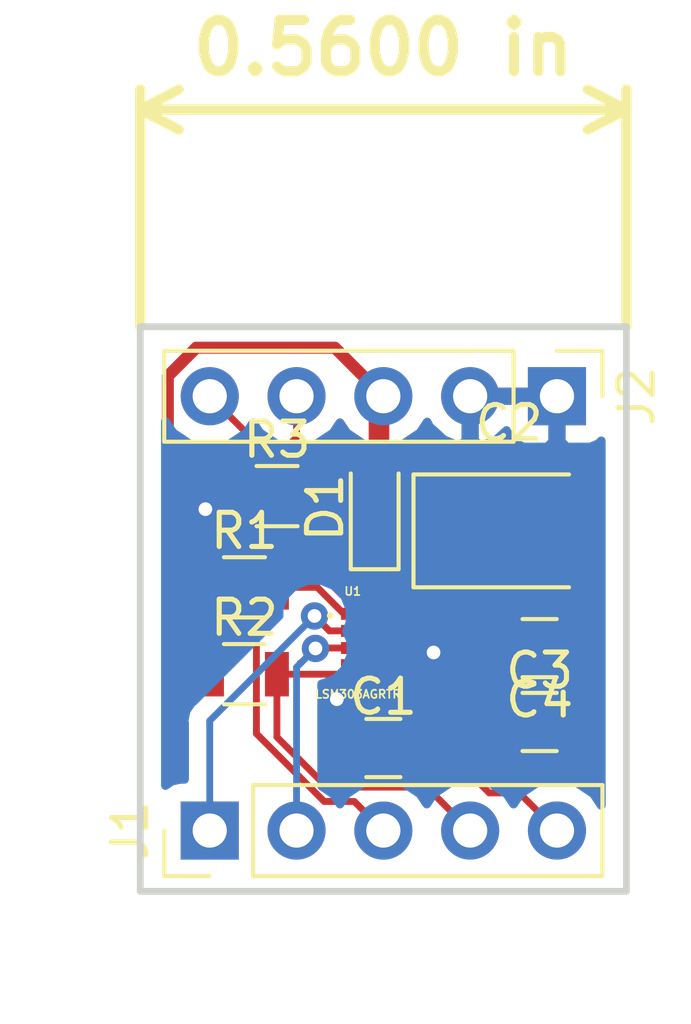
<source format=kicad_pcb>
(kicad_pcb (version 20171130) (host pcbnew "(5.0.0-rc2-dev-329-gd1ab62fb4)")

  (general
    (thickness 1.6)
    (drawings 5)
    (tracks 106)
    (zones 0)
    (modules 11)
    (nets 12)
  )

  (page A4)
  (layers
    (0 F.Cu signal)
    (31 B.Cu signal)
    (32 B.Adhes user)
    (33 F.Adhes user)
    (34 B.Paste user)
    (35 F.Paste user)
    (36 B.SilkS user)
    (37 F.SilkS user)
    (38 B.Mask user)
    (39 F.Mask user)
    (40 Dwgs.User user)
    (41 Cmts.User user)
    (42 Eco1.User user)
    (43 Eco2.User user)
    (44 Edge.Cuts user)
    (45 Margin user)
    (46 B.CrtYd user)
    (47 F.CrtYd user)
    (48 B.Fab user)
    (49 F.Fab user)
  )

  (setup
    (last_trace_width 0.2)
    (trace_clearance 0.15)
    (zone_clearance 0.508)
    (zone_45_only no)
    (trace_min 0.2)
    (segment_width 0.2)
    (edge_width 0.15)
    (via_size 0.8)
    (via_drill 0.4)
    (via_min_size 0.4)
    (via_min_drill 0.3)
    (uvia_size 0.3)
    (uvia_drill 0.1)
    (uvias_allowed no)
    (uvia_min_size 0.2)
    (uvia_min_drill 0.1)
    (pcb_text_width 0.3)
    (pcb_text_size 1.5 1.5)
    (mod_edge_width 0.15)
    (mod_text_size 1 1)
    (mod_text_width 0.15)
    (pad_size 1.524 1.524)
    (pad_drill 0.762)
    (pad_to_mask_clearance 0.2)
    (aux_axis_origin 0 0)
    (visible_elements FFFFFF7F)
    (pcbplotparams
      (layerselection 0x010fc_ffffffff)
      (usegerberextensions false)
      (usegerberattributes false)
      (usegerberadvancedattributes false)
      (creategerberjobfile false)
      (excludeedgelayer true)
      (linewidth 0.100000)
      (plotframeref false)
      (viasonmask false)
      (mode 1)
      (useauxorigin false)
      (hpglpennumber 1)
      (hpglpenspeed 20)
      (hpglpendiameter 15)
      (psnegative false)
      (psa4output false)
      (plotreference true)
      (plotvalue true)
      (plotinvisibletext false)
      (padsonsilk false)
      (subtractmaskfromsilk false)
      (outputformat 1)
      (mirror false)
      (drillshape 1)
      (scaleselection 1)
      (outputdirectory ""))
  )

  (net 0 "")
  (net 1 "Net-(C1-Pad2)")
  (net 2 GND)
  (net 3 +3V3)
  (net 4 "Net-(D1-Pad1)")
  (net 5 SDA)
  (net 6 CS_XL)
  (net 7 CS_MAG)
  (net 8 INT_MAG)
  (net 9 INT_1_XL)
  (net 10 INT_2_XL)
  (net 11 SCL)

  (net_class Default "This is the default net class."
    (clearance 0.15)
    (trace_width 0.2)
    (via_dia 0.8)
    (via_drill 0.4)
    (uvia_dia 0.3)
    (uvia_drill 0.1)
    (add_net CS_MAG)
    (add_net CS_XL)
    (add_net GND)
    (add_net INT_1_XL)
    (add_net INT_2_XL)
    (add_net INT_MAG)
    (add_net "Net-(C1-Pad2)")
    (add_net "Net-(D1-Pad1)")
    (add_net SCL)
    (add_net SDA)
  )

  (net_class VCC ""
    (clearance 0.2)
    (trace_width 0.35)
    (via_dia 0.8)
    (via_drill 0.4)
    (uvia_dia 0.3)
    (uvia_drill 0.1)
    (add_net +3V3)
  )

  (module Capacitors_SMD:C_0805 (layer F.Cu) (tedit 58AA8463) (tstamp 5AD78B17)
    (at 144.78 94.107)
    (descr "Capacitor SMD 0805, reflow soldering, AVX (see smccp.pdf)")
    (tags "capacitor 0805")
    (path /5ABD6146)
    (attr smd)
    (fp_text reference C1 (at 0 -1.5) (layer F.SilkS)
      (effects (font (size 1 1) (thickness 0.15)))
    )
    (fp_text value 220nF (at 0 1.75) (layer F.Fab)
      (effects (font (size 1 1) (thickness 0.15)))
    )
    (fp_line (start 1.75 0.87) (end -1.75 0.87) (layer F.CrtYd) (width 0.05))
    (fp_line (start 1.75 0.87) (end 1.75 -0.88) (layer F.CrtYd) (width 0.05))
    (fp_line (start -1.75 -0.88) (end -1.75 0.87) (layer F.CrtYd) (width 0.05))
    (fp_line (start -1.75 -0.88) (end 1.75 -0.88) (layer F.CrtYd) (width 0.05))
    (fp_line (start -0.5 0.85) (end 0.5 0.85) (layer F.SilkS) (width 0.12))
    (fp_line (start 0.5 -0.85) (end -0.5 -0.85) (layer F.SilkS) (width 0.12))
    (fp_line (start -1 -0.62) (end 1 -0.62) (layer F.Fab) (width 0.1))
    (fp_line (start 1 -0.62) (end 1 0.62) (layer F.Fab) (width 0.1))
    (fp_line (start 1 0.62) (end -1 0.62) (layer F.Fab) (width 0.1))
    (fp_line (start -1 0.62) (end -1 -0.62) (layer F.Fab) (width 0.1))
    (fp_text user %R (at 0 -1.5) (layer F.Fab)
      (effects (font (size 1 1) (thickness 0.15)))
    )
    (pad 2 smd rect (at 1 0) (size 1 1.25) (layers F.Cu F.Paste F.Mask)
      (net 1 "Net-(C1-Pad2)"))
    (pad 1 smd rect (at -1 0) (size 1 1.25) (layers F.Cu F.Paste F.Mask)
      (net 2 GND))
    (model Capacitors_SMD.3dshapes/C_0805.wrl
      (at (xyz 0 0 0))
      (scale (xyz 1 1 1))
      (rotate (xyz 0 0 0))
    )
  )

  (module Capacitors_SMD:C_0805 (layer F.Cu) (tedit 58AA8463) (tstamp 5AD75524)
    (at 149.352 93.345)
    (descr "Capacitor SMD 0805, reflow soldering, AVX (see smccp.pdf)")
    (tags "capacitor 0805")
    (path /5ABD584B)
    (attr smd)
    (fp_text reference C3 (at 0 -1.5) (layer F.SilkS)
      (effects (font (size 1 1) (thickness 0.15)))
    )
    (fp_text value 100nF (at 0 1.75) (layer F.Fab)
      (effects (font (size 1 1) (thickness 0.15)))
    )
    (fp_line (start 1.75 0.87) (end -1.75 0.87) (layer F.CrtYd) (width 0.05))
    (fp_line (start 1.75 0.87) (end 1.75 -0.88) (layer F.CrtYd) (width 0.05))
    (fp_line (start -1.75 -0.88) (end -1.75 0.87) (layer F.CrtYd) (width 0.05))
    (fp_line (start -1.75 -0.88) (end 1.75 -0.88) (layer F.CrtYd) (width 0.05))
    (fp_line (start -0.5 0.85) (end 0.5 0.85) (layer F.SilkS) (width 0.12))
    (fp_line (start 0.5 -0.85) (end -0.5 -0.85) (layer F.SilkS) (width 0.12))
    (fp_line (start -1 -0.62) (end 1 -0.62) (layer F.Fab) (width 0.1))
    (fp_line (start 1 -0.62) (end 1 0.62) (layer F.Fab) (width 0.1))
    (fp_line (start 1 0.62) (end -1 0.62) (layer F.Fab) (width 0.1))
    (fp_line (start -1 0.62) (end -1 -0.62) (layer F.Fab) (width 0.1))
    (fp_text user %R (at 0 -1.5) (layer F.Fab)
      (effects (font (size 1 1) (thickness 0.15)))
    )
    (pad 2 smd rect (at 1 0) (size 1 1.25) (layers F.Cu F.Paste F.Mask)
      (net 2 GND))
    (pad 1 smd rect (at -1 0) (size 1 1.25) (layers F.Cu F.Paste F.Mask)
      (net 3 +3V3))
    (model Capacitors_SMD.3dshapes/C_0805.wrl
      (at (xyz 0 0 0))
      (scale (xyz 1 1 1))
      (rotate (xyz 0 0 0))
    )
  )

  (module Capacitors_SMD:C_0805 (layer F.Cu) (tedit 58AA8463) (tstamp 5AD77096)
    (at 149.352 91.186 180)
    (descr "Capacitor SMD 0805, reflow soldering, AVX (see smccp.pdf)")
    (tags "capacitor 0805")
    (path /5ABD5A6E)
    (attr smd)
    (fp_text reference C4 (at 0 -1.5 180) (layer F.SilkS)
      (effects (font (size 1 1) (thickness 0.15)))
    )
    (fp_text value 100nF (at 0 1.75 180) (layer F.Fab)
      (effects (font (size 1 1) (thickness 0.15)))
    )
    (fp_text user %R (at 0 -1.5 180) (layer F.Fab)
      (effects (font (size 1 1) (thickness 0.15)))
    )
    (fp_line (start -1 0.62) (end -1 -0.62) (layer F.Fab) (width 0.1))
    (fp_line (start 1 0.62) (end -1 0.62) (layer F.Fab) (width 0.1))
    (fp_line (start 1 -0.62) (end 1 0.62) (layer F.Fab) (width 0.1))
    (fp_line (start -1 -0.62) (end 1 -0.62) (layer F.Fab) (width 0.1))
    (fp_line (start 0.5 -0.85) (end -0.5 -0.85) (layer F.SilkS) (width 0.12))
    (fp_line (start -0.5 0.85) (end 0.5 0.85) (layer F.SilkS) (width 0.12))
    (fp_line (start -1.75 -0.88) (end 1.75 -0.88) (layer F.CrtYd) (width 0.05))
    (fp_line (start -1.75 -0.88) (end -1.75 0.87) (layer F.CrtYd) (width 0.05))
    (fp_line (start 1.75 0.87) (end 1.75 -0.88) (layer F.CrtYd) (width 0.05))
    (fp_line (start 1.75 0.87) (end -1.75 0.87) (layer F.CrtYd) (width 0.05))
    (pad 1 smd rect (at -1 0 180) (size 1 1.25) (layers F.Cu F.Paste F.Mask)
      (net 2 GND))
    (pad 2 smd rect (at 1 0 180) (size 1 1.25) (layers F.Cu F.Paste F.Mask)
      (net 3 +3V3))
    (model Capacitors_SMD.3dshapes/C_0805.wrl
      (at (xyz 0 0 0))
      (scale (xyz 1 1 1))
      (rotate (xyz 0 0 0))
    )
  )

  (module Resistors_SMD:R_0805 (layer F.Cu) (tedit 5ABD5E64) (tstamp 5AD77BCA)
    (at 140.716 89.408)
    (descr "Resistor SMD 0805, reflow soldering, Vishay (see dcrcw.pdf)")
    (tags "resistor 0805")
    (path /5ABD98F4)
    (attr smd)
    (fp_text reference R1 (at 0 -1.65) (layer F.SilkS)
      (effects (font (size 1 1) (thickness 0.15)))
    )
    (fp_text value 10K (at 0 1.75) (layer F.Fab)
      (effects (font (size 1 1) (thickness 0.15)))
    )
    (fp_text user %R (at 0 0) (layer F.Fab)
      (effects (font (size 0.5 0.5) (thickness 0.075)))
    )
    (fp_line (start -1 0.62) (end -1 -0.62) (layer F.Fab) (width 0.1))
    (fp_line (start 1 0.62) (end -1 0.62) (layer F.Fab) (width 0.1))
    (fp_line (start 1 -0.62) (end 1 0.62) (layer F.Fab) (width 0.1))
    (fp_line (start -1 -0.62) (end 1 -0.62) (layer F.Fab) (width 0.1))
    (fp_line (start 0.6 0.88) (end -0.6 0.88) (layer F.SilkS) (width 0.12))
    (fp_line (start -0.6 -0.88) (end 0.6 -0.88) (layer F.SilkS) (width 0.12))
    (fp_line (start -1.55 -0.9) (end 1.55 -0.9) (layer F.CrtYd) (width 0.05))
    (fp_line (start -1.55 -0.9) (end -1.55 0.9) (layer F.CrtYd) (width 0.05))
    (fp_line (start 1.55 0.9) (end 1.55 -0.9) (layer F.CrtYd) (width 0.05))
    (fp_line (start 1.55 0.9) (end -1.55 0.9) (layer F.CrtYd) (width 0.05))
    (pad 1 smd rect (at -0.95 0) (size 0.7 1.3) (layers F.Cu F.Paste F.Mask)
      (net 3 +3V3))
    (pad 2 smd rect (at 0.95 0) (size 0.7 1.3) (layers F.Cu F.Paste F.Mask)
      (net 11 SCL))
    (model ${KISYS3DMOD}/Resistors_SMD.3dshapes/R_0805.wrl
      (at (xyz 0 0 0))
      (scale (xyz 1 1 1))
      (rotate (xyz 0 0 0))
    )
  )

  (module Resistors_SMD:R_0805 (layer F.Cu) (tedit 58E0A804) (tstamp 5AD77D6C)
    (at 140.716 91.948)
    (descr "Resistor SMD 0805, reflow soldering, Vishay (see dcrcw.pdf)")
    (tags "resistor 0805")
    (path /5ABD993B)
    (attr smd)
    (fp_text reference R2 (at 0 -1.65) (layer F.SilkS)
      (effects (font (size 1 1) (thickness 0.15)))
    )
    (fp_text value 10K (at 0 1.75) (layer F.Fab)
      (effects (font (size 1 1) (thickness 0.15)))
    )
    (fp_line (start 1.55 0.9) (end -1.55 0.9) (layer F.CrtYd) (width 0.05))
    (fp_line (start 1.55 0.9) (end 1.55 -0.9) (layer F.CrtYd) (width 0.05))
    (fp_line (start -1.55 -0.9) (end -1.55 0.9) (layer F.CrtYd) (width 0.05))
    (fp_line (start -1.55 -0.9) (end 1.55 -0.9) (layer F.CrtYd) (width 0.05))
    (fp_line (start -0.6 -0.88) (end 0.6 -0.88) (layer F.SilkS) (width 0.12))
    (fp_line (start 0.6 0.88) (end -0.6 0.88) (layer F.SilkS) (width 0.12))
    (fp_line (start -1 -0.62) (end 1 -0.62) (layer F.Fab) (width 0.1))
    (fp_line (start 1 -0.62) (end 1 0.62) (layer F.Fab) (width 0.1))
    (fp_line (start 1 0.62) (end -1 0.62) (layer F.Fab) (width 0.1))
    (fp_line (start -1 0.62) (end -1 -0.62) (layer F.Fab) (width 0.1))
    (fp_text user %R (at 0 0.5) (layer F.Fab)
      (effects (font (size 0.5 0.5) (thickness 0.075)))
    )
    (pad 2 smd rect (at 0.95 0) (size 0.7 1.3) (layers F.Cu F.Paste F.Mask)
      (net 5 SDA))
    (pad 1 smd rect (at -0.95 0) (size 0.7 1.3) (layers F.Cu F.Paste F.Mask)
      (net 3 +3V3))
    (model ${KISYS3DMOD}/Resistors_SMD.3dshapes/R_0805.wrl
      (at (xyz 0 0 0))
      (scale (xyz 1 1 1))
      (rotate (xyz 0 0 0))
    )
  )

  (module Resistors_SMD:R_0805 (layer F.Cu) (tedit 58E0A804) (tstamp 5AD75596)
    (at 141.671 86.741)
    (descr "Resistor SMD 0805, reflow soldering, Vishay (see dcrcw.pdf)")
    (tags "resistor 0805")
    (path /5ABD39DF)
    (attr smd)
    (fp_text reference R3 (at 0 -1.65) (layer F.SilkS)
      (effects (font (size 1 1) (thickness 0.15)))
    )
    (fp_text value 10K (at 0 1.75) (layer F.Fab)
      (effects (font (size 1 1) (thickness 0.15)))
    )
    (fp_line (start 1.55 0.9) (end -1.55 0.9) (layer F.CrtYd) (width 0.05))
    (fp_line (start 1.55 0.9) (end 1.55 -0.9) (layer F.CrtYd) (width 0.05))
    (fp_line (start -1.55 -0.9) (end -1.55 0.9) (layer F.CrtYd) (width 0.05))
    (fp_line (start -1.55 -0.9) (end 1.55 -0.9) (layer F.CrtYd) (width 0.05))
    (fp_line (start -0.6 -0.88) (end 0.6 -0.88) (layer F.SilkS) (width 0.12))
    (fp_line (start 0.6 0.88) (end -0.6 0.88) (layer F.SilkS) (width 0.12))
    (fp_line (start -1 -0.62) (end 1 -0.62) (layer F.Fab) (width 0.1))
    (fp_line (start 1 -0.62) (end 1 0.62) (layer F.Fab) (width 0.1))
    (fp_line (start 1 0.62) (end -1 0.62) (layer F.Fab) (width 0.1))
    (fp_line (start -1 0.62) (end -1 -0.62) (layer F.Fab) (width 0.1))
    (fp_text user %R (at 0 0) (layer F.Fab)
      (effects (font (size 0.5 0.5) (thickness 0.075)))
    )
    (pad 2 smd rect (at 0.95 0) (size 0.7 1.3) (layers F.Cu F.Paste F.Mask)
      (net 4 "Net-(D1-Pad1)"))
    (pad 1 smd rect (at -0.95 0) (size 0.7 1.3) (layers F.Cu F.Paste F.Mask)
      (net 2 GND))
    (model ${KISYS3DMOD}/Resistors_SMD.3dshapes/R_0805.wrl
      (at (xyz 0 0 0))
      (scale (xyz 1 1 1))
      (rotate (xyz 0 0 0))
    )
  )

  (module LSM303AGRTR:LGA12R50P_200X200X100 (layer F.Cu) (tedit 0) (tstamp 5AD789C5)
    (at 144.526 90.932)
    (path /5ABD2D74)
    (attr smd)
    (fp_text reference U1 (at -0.642587 -1.40718) (layer F.SilkS)
      (effects (font (size 0.240817 0.240817) (thickness 0.05)))
    )
    (fp_text value LSM303AGRTR (at -0.48927 1.60177) (layer F.SilkS)
      (effects (font (size 0.240628 0.240628) (thickness 0.05)))
    )
    (fp_line (start -1 -1) (end 1 -1) (layer Dwgs.User) (width 0.127))
    (fp_line (start 1 1) (end -1 1) (layer Dwgs.User) (width 0.127))
    (fp_line (start -1 1) (end -1 -1) (layer Dwgs.User) (width 0.127))
    (fp_line (start -1.275 -1.275) (end 1.275 -1.275) (layer Dwgs.User) (width 0.05))
    (fp_line (start 1.275 -1.275) (end 1.275 1.275) (layer Dwgs.User) (width 0.05))
    (fp_line (start 1.275 1.275) (end -1.275 1.275) (layer Dwgs.User) (width 0.05))
    (fp_line (start -1.275 1.275) (end -1.275 -1.275) (layer Dwgs.User) (width 0.05))
    (fp_line (start 1 1) (end 1 -1) (layer Dwgs.User) (width 0.127))
    (fp_circle (center -1.3 -0.7) (end -1.2 -0.7) (layer F.SilkS) (width 0))
    (fp_poly (pts (xy -1.02275 -0.96) (xy -0.5 -0.96) (xy -0.5 -0.541457) (xy -1.02275 -0.541457)) (layer F.Mask) (width 0.381))
    (fp_poly (pts (xy -1.02414 -0.46) (xy -0.5 -0.46) (xy -0.5 -0.040162) (xy -1.02414 -0.040162)) (layer F.Mask) (width 0.381))
    (fp_poly (pts (xy -1.02339 0.04) (xy -0.5 0.04) (xy -0.5 0.461529) (xy -1.02339 0.461529)) (layer F.Mask) (width 0.381))
    (fp_poly (pts (xy -1.02374 0.54) (xy -0.5 0.54) (xy -0.5 0.96351) (xy -1.02374 0.96351)) (layer F.Mask) (width 0.381))
    (fp_poly (pts (xy 0.507071 -0.96) (xy 1.025 -0.96) (xy 1.025 -0.542215) (xy 0.507071 -0.542215)) (layer F.Mask) (width 0.381))
    (fp_poly (pts (xy 0.506136 -0.46) (xy 1.025 -0.46) (xy 1.025 -0.04009) (xy 0.506136 -0.04009)) (layer F.Mask) (width 0.381))
    (fp_poly (pts (xy 0.505426 0.04) (xy 1.025 0.04) (xy 1.025 0.460387) (xy 0.505426 0.460387)) (layer F.Mask) (width 0.381))
    (fp_poly (pts (xy 0.507252 0.54) (xy 1.025 0.54) (xy 1.025 0.964283) (xy 0.507252 0.964283)) (layer F.Mask) (width 0.381))
    (fp_poly (pts (xy -0.460883 -1.02) (xy -0.04 -1.02) (xy -0.04 -0.50096) (xy -0.460883 -0.50096)) (layer F.Mask) (width 0.381))
    (fp_poly (pts (xy 0.040066 -1.02) (xy 0.46 -1.02) (xy 0.46 -0.500827) (xy 0.040066 -0.500827)) (layer F.Mask) (width 0.381))
    (fp_poly (pts (xy -0.461097 0.5) (xy -0.04 0.5) (xy -0.04 1.02243) (xy -0.461097 1.02243)) (layer F.Mask) (width 0.381))
    (fp_poly (pts (xy 0.040145 0.5) (xy 0.46 0.5) (xy 0.46 1.02371) (xy 0.040145 1.02371)) (layer F.Mask) (width 0.381))
    (pad 1 smd rect (at -0.76 -0.75) (size 0.45 0.35) (layers F.Cu F.Paste F.Mask)
      (net 11 SCL))
    (pad 2 smd rect (at -0.76 -0.25) (size 0.45 0.35) (layers F.Cu F.Paste F.Mask)
      (net 6 CS_XL))
    (pad 3 smd rect (at -0.76 0.25) (size 0.45 0.35) (layers F.Cu F.Paste F.Mask)
      (net 7 CS_MAG))
    (pad 4 smd rect (at -0.76 0.75) (size 0.45 0.35) (layers F.Cu F.Paste F.Mask)
      (net 5 SDA))
    (pad 5 smd rect (at -0.25 0.76 90) (size 0.45 0.35) (layers F.Cu F.Paste F.Mask)
      (net 1 "Net-(C1-Pad2)"))
    (pad 6 smd rect (at 0.25 0.76 90) (size 0.45 0.35) (layers F.Cu F.Paste F.Mask)
      (net 2 GND))
    (pad 7 smd rect (at 0.76 0.75) (size 0.45 0.35) (layers F.Cu F.Paste F.Mask)
      (net 8 INT_MAG))
    (pad 8 smd rect (at 0.76 0.25) (size 0.45 0.35) (layers F.Cu F.Paste F.Mask)
      (net 2 GND))
    (pad 9 smd rect (at 0.76 -0.25) (size 0.45 0.35) (layers F.Cu F.Paste F.Mask)
      (net 3 +3V3))
    (pad 10 smd rect (at 0.76 -0.75) (size 0.45 0.35) (layers F.Cu F.Paste F.Mask)
      (net 3 +3V3))
    (pad 11 smd rect (at 0.25 -0.76 90) (size 0.45 0.35) (layers F.Cu F.Paste F.Mask)
      (net 10 INT_2_XL))
    (pad 12 smd rect (at -0.25 -0.76 90) (size 0.45 0.35) (layers F.Cu F.Paste F.Mask)
      (net 9 INT_1_XL))
  )

  (module Pin_Headers:Pin_Header_Straight_1x05_Pitch2.54mm (layer F.Cu) (tedit 59650532) (tstamp 5AD76A1F)
    (at 139.7 96.52 90)
    (descr "Through hole straight pin header, 1x05, 2.54mm pitch, single row")
    (tags "Through hole pin header THT 1x05 2.54mm single row")
    (path /5ABE3C40)
    (fp_text reference J1 (at 0 -2.33 90) (layer F.SilkS)
      (effects (font (size 1 1) (thickness 0.15)))
    )
    (fp_text value Conn_01x05 (at 0 12.49 90) (layer F.Fab)
      (effects (font (size 1 1) (thickness 0.15)))
    )
    (fp_line (start -0.635 -1.27) (end 1.27 -1.27) (layer F.Fab) (width 0.1))
    (fp_line (start 1.27 -1.27) (end 1.27 11.43) (layer F.Fab) (width 0.1))
    (fp_line (start 1.27 11.43) (end -1.27 11.43) (layer F.Fab) (width 0.1))
    (fp_line (start -1.27 11.43) (end -1.27 -0.635) (layer F.Fab) (width 0.1))
    (fp_line (start -1.27 -0.635) (end -0.635 -1.27) (layer F.Fab) (width 0.1))
    (fp_line (start -1.33 11.49) (end 1.33 11.49) (layer F.SilkS) (width 0.12))
    (fp_line (start -1.33 1.27) (end -1.33 11.49) (layer F.SilkS) (width 0.12))
    (fp_line (start 1.33 1.27) (end 1.33 11.49) (layer F.SilkS) (width 0.12))
    (fp_line (start -1.33 1.27) (end 1.33 1.27) (layer F.SilkS) (width 0.12))
    (fp_line (start -1.33 0) (end -1.33 -1.33) (layer F.SilkS) (width 0.12))
    (fp_line (start -1.33 -1.33) (end 0 -1.33) (layer F.SilkS) (width 0.12))
    (fp_line (start -1.8 -1.8) (end -1.8 11.95) (layer F.CrtYd) (width 0.05))
    (fp_line (start -1.8 11.95) (end 1.8 11.95) (layer F.CrtYd) (width 0.05))
    (fp_line (start 1.8 11.95) (end 1.8 -1.8) (layer F.CrtYd) (width 0.05))
    (fp_line (start 1.8 -1.8) (end -1.8 -1.8) (layer F.CrtYd) (width 0.05))
    (fp_text user %R (at 0 5.08 180) (layer F.Fab)
      (effects (font (size 1 1) (thickness 0.15)))
    )
    (pad 1 thru_hole rect (at 0 0 90) (size 1.7 1.7) (drill 1) (layers *.Cu *.Mask)
      (net 6 CS_XL))
    (pad 2 thru_hole oval (at 0 2.54 90) (size 1.7 1.7) (drill 1) (layers *.Cu *.Mask)
      (net 7 CS_MAG))
    (pad 3 thru_hole oval (at 0 5.08 90) (size 1.7 1.7) (drill 1) (layers *.Cu *.Mask)
      (net 11 SCL))
    (pad 4 thru_hole oval (at 0 7.62 90) (size 1.7 1.7) (drill 1) (layers *.Cu *.Mask)
      (net 5 SDA))
    (pad 5 thru_hole oval (at 0 10.16 90) (size 1.7 1.7) (drill 1) (layers *.Cu *.Mask)
      (net 8 INT_MAG))
    (model ${KISYS3DMOD}/Pin_Headers.3dshapes/Pin_Header_Straight_1x05_Pitch2.54mm.wrl
      (at (xyz 0 0 0))
      (scale (xyz 1 1 1))
      (rotate (xyz 0 0 0))
    )
  )

  (module Pin_Headers:Pin_Header_Straight_1x05_Pitch2.54mm (layer F.Cu) (tedit 59650532) (tstamp 5AD7857B)
    (at 149.86 83.82 270)
    (descr "Through hole straight pin header, 1x05, 2.54mm pitch, single row")
    (tags "Through hole pin header THT 1x05 2.54mm single row")
    (path /5ABE2E2C)
    (fp_text reference J2 (at 0 -2.33 270) (layer F.SilkS)
      (effects (font (size 1 1) (thickness 0.15)))
    )
    (fp_text value Conn_01x05 (at 0 12.49 270) (layer F.Fab)
      (effects (font (size 1 1) (thickness 0.15)))
    )
    (fp_text user %R (at 0 5.08) (layer F.Fab)
      (effects (font (size 1 1) (thickness 0.15)))
    )
    (fp_line (start 1.8 -1.8) (end -1.8 -1.8) (layer F.CrtYd) (width 0.05))
    (fp_line (start 1.8 11.95) (end 1.8 -1.8) (layer F.CrtYd) (width 0.05))
    (fp_line (start -1.8 11.95) (end 1.8 11.95) (layer F.CrtYd) (width 0.05))
    (fp_line (start -1.8 -1.8) (end -1.8 11.95) (layer F.CrtYd) (width 0.05))
    (fp_line (start -1.33 -1.33) (end 0 -1.33) (layer F.SilkS) (width 0.12))
    (fp_line (start -1.33 0) (end -1.33 -1.33) (layer F.SilkS) (width 0.12))
    (fp_line (start -1.33 1.27) (end 1.33 1.27) (layer F.SilkS) (width 0.12))
    (fp_line (start 1.33 1.27) (end 1.33 11.49) (layer F.SilkS) (width 0.12))
    (fp_line (start -1.33 1.27) (end -1.33 11.49) (layer F.SilkS) (width 0.12))
    (fp_line (start -1.33 11.49) (end 1.33 11.49) (layer F.SilkS) (width 0.12))
    (fp_line (start -1.27 -0.635) (end -0.635 -1.27) (layer F.Fab) (width 0.1))
    (fp_line (start -1.27 11.43) (end -1.27 -0.635) (layer F.Fab) (width 0.1))
    (fp_line (start 1.27 11.43) (end -1.27 11.43) (layer F.Fab) (width 0.1))
    (fp_line (start 1.27 -1.27) (end 1.27 11.43) (layer F.Fab) (width 0.1))
    (fp_line (start -0.635 -1.27) (end 1.27 -1.27) (layer F.Fab) (width 0.1))
    (pad 5 thru_hole oval (at 0 10.16 270) (size 1.7 1.7) (drill 1) (layers *.Cu *.Mask)
      (net 9 INT_1_XL))
    (pad 4 thru_hole oval (at 0 7.62 270) (size 1.7 1.7) (drill 1) (layers *.Cu *.Mask)
      (net 10 INT_2_XL))
    (pad 3 thru_hole oval (at 0 5.08 270) (size 1.7 1.7) (drill 1) (layers *.Cu *.Mask)
      (net 3 +3V3))
    (pad 2 thru_hole oval (at 0 2.54 270) (size 1.7 1.7) (drill 1) (layers *.Cu *.Mask)
      (net 2 GND))
    (pad 1 thru_hole rect (at 0 0 270) (size 1.7 1.7) (drill 1) (layers *.Cu *.Mask)
      (net 2 GND))
    (model ${KISYS3DMOD}/Pin_Headers.3dshapes/Pin_Header_Straight_1x05_Pitch2.54mm.wrl
      (at (xyz 0 0 0))
      (scale (xyz 1 1 1))
      (rotate (xyz 0 0 0))
    )
  )

  (module LEDs:LED_0805 (layer F.Cu) (tedit 59959803) (tstamp 5AC748D0)
    (at 144.526 87.079 90)
    (descr "LED 0805 smd package")
    (tags "LED led 0805 SMD smd SMT smt smdled SMDLED smtled SMTLED")
    (path /5ABD3A97)
    (attr smd)
    (fp_text reference D1 (at 0 -1.45 90) (layer F.SilkS)
      (effects (font (size 1 1) (thickness 0.15)))
    )
    (fp_text value LED (at 0 1.55 90) (layer F.Fab)
      (effects (font (size 1 1) (thickness 0.15)))
    )
    (fp_text user %R (at 0 -1.25 90) (layer F.Fab)
      (effects (font (size 0.4 0.4) (thickness 0.1)))
    )
    (fp_line (start -1.95 -0.85) (end 1.95 -0.85) (layer F.CrtYd) (width 0.05))
    (fp_line (start -1.95 0.85) (end -1.95 -0.85) (layer F.CrtYd) (width 0.05))
    (fp_line (start 1.95 0.85) (end -1.95 0.85) (layer F.CrtYd) (width 0.05))
    (fp_line (start 1.95 -0.85) (end 1.95 0.85) (layer F.CrtYd) (width 0.05))
    (fp_line (start -1.8 -0.7) (end 1 -0.7) (layer F.SilkS) (width 0.12))
    (fp_line (start -1.8 0.7) (end 1 0.7) (layer F.SilkS) (width 0.12))
    (fp_line (start -1 0.6) (end -1 -0.6) (layer F.Fab) (width 0.1))
    (fp_line (start -1 -0.6) (end 1 -0.6) (layer F.Fab) (width 0.1))
    (fp_line (start 1 -0.6) (end 1 0.6) (layer F.Fab) (width 0.1))
    (fp_line (start 1 0.6) (end -1 0.6) (layer F.Fab) (width 0.1))
    (fp_line (start 0.2 -0.4) (end 0.2 0.4) (layer F.Fab) (width 0.1))
    (fp_line (start 0.2 0.4) (end -0.4 0) (layer F.Fab) (width 0.1))
    (fp_line (start -0.4 0) (end 0.2 -0.4) (layer F.Fab) (width 0.1))
    (fp_line (start -0.4 -0.4) (end -0.4 0.4) (layer F.Fab) (width 0.1))
    (fp_line (start -1.8 -0.7) (end -1.8 0.7) (layer F.SilkS) (width 0.12))
    (pad 1 smd rect (at -1.1 0 270) (size 1.2 1.2) (layers F.Cu F.Paste F.Mask)
      (net 4 "Net-(D1-Pad1)"))
    (pad 2 smd rect (at 1.1 0 270) (size 1.2 1.2) (layers F.Cu F.Paste F.Mask)
      (net 3 +3V3))
    (model ${KISYS3DMOD}/LEDs.3dshapes/LED_0805.wrl
      (at (xyz 0 0 0))
      (scale (xyz 1 1 1))
      (rotate (xyz 0 0 180))
    )
  )

  (module Capacitors_Tantalum_SMD:CP_Tantalum_Case-T_EIA-3528-12_Reflow (layer F.Cu) (tedit 58CC8C08) (tstamp 5AC74C99)
    (at 148.462 87.757)
    (descr "Tantalum capacitor, Case T, EIA 3528-12, 3.5x2.8x1.2mm, Reflow soldering footprint")
    (tags "capacitor tantalum smd")
    (path /5ABDA2F5)
    (attr smd)
    (fp_text reference C2 (at 0 -3.15) (layer F.SilkS)
      (effects (font (size 1 1) (thickness 0.15)))
    )
    (fp_text value 10uF (at 0 3.15) (layer F.Fab)
      (effects (font (size 1 1) (thickness 0.15)))
    )
    (fp_line (start -2.8 -1.65) (end -2.8 1.65) (layer F.SilkS) (width 0.12))
    (fp_line (start -2.8 1.65) (end 1.75 1.65) (layer F.SilkS) (width 0.12))
    (fp_line (start -2.8 -1.65) (end 1.75 -1.65) (layer F.SilkS) (width 0.12))
    (fp_line (start -1.225 -1.4) (end -1.225 1.4) (layer F.Fab) (width 0.1))
    (fp_line (start -1.4 -1.4) (end -1.4 1.4) (layer F.Fab) (width 0.1))
    (fp_line (start 1.75 -1.4) (end -1.75 -1.4) (layer F.Fab) (width 0.1))
    (fp_line (start 1.75 1.4) (end 1.75 -1.4) (layer F.Fab) (width 0.1))
    (fp_line (start -1.75 1.4) (end 1.75 1.4) (layer F.Fab) (width 0.1))
    (fp_line (start -1.75 -1.4) (end -1.75 1.4) (layer F.Fab) (width 0.1))
    (fp_line (start 2.85 -1.75) (end -2.85 -1.75) (layer F.CrtYd) (width 0.05))
    (fp_line (start 2.85 1.75) (end 2.85 -1.75) (layer F.CrtYd) (width 0.05))
    (fp_line (start -2.85 1.75) (end 2.85 1.75) (layer F.CrtYd) (width 0.05))
    (fp_line (start -2.85 -1.75) (end -2.85 1.75) (layer F.CrtYd) (width 0.05))
    (fp_text user %R (at 0 0) (layer F.Fab)
      (effects (font (size 0.8 0.8) (thickness 0.12)))
    )
    (pad 2 smd rect (at 1.525 0) (size 1.95 2.5) (layers F.Cu F.Paste F.Mask)
      (net 2 GND))
    (pad 1 smd rect (at -1.525 0) (size 1.95 2.5) (layers F.Cu F.Paste F.Mask)
      (net 3 +3V3))
    (model Capacitors_Tantalum_SMD.3dshapes/CP_Tantalum_Case-T_EIA-3528-12.wrl
      (at (xyz 0 0 0))
      (scale (xyz 1 1 1))
      (rotate (xyz 0 0 0))
    )
  )

  (dimension 14.224 (width 0.3) (layer F.SilkS)
    (gr_text "0.5600 in" (at 144.78 73.338) (layer F.SilkS)
      (effects (font (size 1.5 1.5) (thickness 0.3)))
    )
    (feature1 (pts (xy 137.668 81.788) (xy 137.668 74.851579)))
    (feature2 (pts (xy 151.892 81.788) (xy 151.892 74.851579)))
    (crossbar (pts (xy 151.892 75.438) (xy 137.668 75.438)))
    (arrow1a (pts (xy 137.668 75.438) (xy 138.794504 74.851579)))
    (arrow1b (pts (xy 137.668 75.438) (xy 138.794504 76.024421)))
    (arrow2a (pts (xy 151.892 75.438) (xy 150.765496 74.851579)))
    (arrow2b (pts (xy 151.892 75.438) (xy 150.765496 76.024421)))
  )
  (gr_line (start 137.668 81.788) (end 151.892 81.788) (layer Edge.Cuts) (width 0.2))
  (gr_line (start 137.668 98.298) (end 137.668 81.788) (layer Edge.Cuts) (width 0.2))
  (gr_line (start 151.892 98.298) (end 137.668 98.298) (layer Edge.Cuts) (width 0.2))
  (gr_line (start 151.892 81.788) (end 151.892 98.298) (layer Edge.Cuts) (width 0.2) (tstamp 5AC750D8))

  (segment (start 145.78 94.107) (end 145.78 93.982) (width 0.2) (layer F.Cu) (net 1) (status 30))
  (segment (start 144.276 92.478) (end 144.276 91.692) (width 0.2) (layer F.Cu) (net 1) (status 20))
  (segment (start 145.78 93.982) (end 144.276 92.478) (width 0.2) (layer F.Cu) (net 1) (status 10))
  (segment (start 150.352 91.186) (end 150.352 93.345) (width 0.35) (layer F.Cu) (net 2))
  (segment (start 139.954 86.741) (end 139.573 87.122) (width 0.2) (layer F.Cu) (net 2))
  (segment (start 140.721 86.741) (end 139.954 86.741) (width 0.2) (layer F.Cu) (net 2) (status 10))
  (via (at 139.573 87.122) (size 0.8) (drill 0.4) (layers F.Cu B.Cu) (net 2))
  (segment (start 144.776 91.692) (end 144.776 91.267) (width 0.2) (layer F.Cu) (net 2) (status 10))
  (segment (start 144.861 91.182) (end 145.286 91.182) (width 0.2) (layer F.Cu) (net 2) (status 20))
  (segment (start 144.776 91.267) (end 144.861 91.182) (width 0.2) (layer F.Cu) (net 2))
  (segment (start 143.78 94.107) (end 143.78 93.04096) (width 0.2) (layer F.Cu) (net 2) (status 10))
  (segment (start 143.78 93.04096) (end 143.41856 92.67952) (width 0.2) (layer F.Cu) (net 2))
  (via (at 143.41856 92.67952) (size 0.8) (drill 0.4) (layers F.Cu B.Cu) (net 2))
  (via (at 146.249404 91.31301) (size 0.8) (drill 0.4) (layers F.Cu B.Cu) (net 2))
  (segment (start 145.286 91.182) (end 146.118394 91.182) (width 0.2) (layer F.Cu) (net 2) (status 10))
  (segment (start 146.118394 91.182) (end 146.249404 91.31301) (width 0.2) (layer F.Cu) (net 2))
  (segment (start 150.352 91.44) (end 150.352 88.9) (width 0.35) (layer F.Cu) (net 2) (status 30))
  (segment (start 149.9 86.6) (end 149.9 83.86) (width 0.35) (layer F.Cu) (net 2) (status 30))
  (segment (start 149.9 83.86) (end 149.86 83.82) (width 0.2) (layer F.Cu) (net 2) (status 30))
  (segment (start 150.352 88.9) (end 150.352 87.052) (width 0.35) (layer F.Cu) (net 2) (status 30))
  (segment (start 150.352 87.052) (end 149.9 86.6) (width 0.2) (layer F.Cu) (net 2) (status 30))
  (segment (start 150.352 91.44) (end 150.352 90.752) (width 0.2) (layer F.Cu) (net 2) (status 30))
  (segment (start 144.526 85.979) (end 144.526 84.074) (width 0.35) (layer F.Cu) (net 3))
  (segment (start 144.526 84.074) (end 144.78 83.82) (width 0.35) (layer F.Cu) (net 3))
  (segment (start 144.526 85.979) (end 145.159 85.979) (width 0.35) (layer F.Cu) (net 3))
  (segment (start 145.159 85.979) (end 146.937 87.757) (width 0.35) (layer F.Cu) (net 3))
  (segment (start 148.352 91.186) (end 148.352 93.345) (width 0.35) (layer F.Cu) (net 3))
  (segment (start 144.78 83.82) (end 144.78 85.725) (width 0.35) (layer F.Cu) (net 3) (status 30))
  (segment (start 144.78 85.725) (end 144.653 85.852) (width 0.35) (layer F.Cu) (net 3) (status 30))
  (segment (start 144.653 85.852) (end 145.032 85.852) (width 0.35) (layer F.Cu) (net 3) (status 30))
  (segment (start 145.032 85.852) (end 146.937 87.757) (width 0.35) (layer F.Cu) (net 3) (status 30))
  (segment (start 146.6 90.538) (end 145.642 90.538) (width 0.35) (layer F.Cu) (net 3))
  (segment (start 145.642 90.538) (end 145.326001 90.222001) (width 0.35) (layer F.Cu) (net 3) (status 20))
  (segment (start 145.642 90.538) (end 145.43 90.538) (width 0.35) (layer F.Cu) (net 3) (status 20))
  (segment (start 145.43 90.538) (end 145.336001 90.631999) (width 0.35) (layer F.Cu) (net 3) (status 30))
  (segment (start 147.502 91.44) (end 146.6 90.538) (width 0.35) (layer F.Cu) (net 3))
  (segment (start 148.352 91.44) (end 147.502 91.44) (width 0.35) (layer F.Cu) (net 3) (status 10))
  (segment (start 146.304 88.376) (end 147.828 88.376) (width 0.35) (layer F.Cu) (net 3) (status 30))
  (segment (start 147.828 88.376) (end 148.352 88.9) (width 0.35) (layer F.Cu) (net 3) (status 10))
  (segment (start 139.306998 82.4) (end 143.36 82.4) (width 0.35) (layer F.Cu) (net 3))
  (segment (start 143.36 82.4) (end 144.78 83.82) (width 0.35) (layer F.Cu) (net 3) (status 20))
  (segment (start 139.766 89.108) (end 138.474999 87.816999) (width 0.35) (layer F.Cu) (net 3) (status 10))
  (segment (start 139.766 89.408) (end 139.766 89.108) (width 0.35) (layer F.Cu) (net 3) (status 30))
  (segment (start 138.474999 87.816999) (end 138.474999 83.231999) (width 0.35) (layer F.Cu) (net 3))
  (segment (start 138.474999 83.231999) (end 139.306998 82.4) (width 0.35) (layer F.Cu) (net 3))
  (segment (start 139.766 91.948) (end 139.766 89.408) (width 0.35) (layer F.Cu) (net 3) (status 30))
  (segment (start 145.348 90.182) (end 145.326001 90.182) (width 0.35) (layer F.Cu) (net 3) (status 30))
  (segment (start 148.352 91.44) (end 148.352 88.9) (width 0.35) (layer F.Cu) (net 3) (status 10))
  (segment (start 145.286 90.682) (end 145.286 90.182) (width 0.2) (layer F.Cu) (net 3) (status 30))
  (segment (start 145.336 90.182) (end 145.286 90.182) (width 0.2) (layer F.Cu) (net 3) (status 30))
  (segment (start 144.526 88.179) (end 143.726 88.179) (width 0.2) (layer F.Cu) (net 4))
  (segment (start 143.726 88.179) (end 142.621 87.074) (width 0.2) (layer F.Cu) (net 4))
  (segment (start 142.621 87.074) (end 142.621 86.741) (width 0.2) (layer F.Cu) (net 4))
  (segment (start 144.653 88.052) (end 143.853 88.052) (width 0.2) (layer F.Cu) (net 4) (status 10))
  (segment (start 142.621 86.82) (end 142.621 86.741) (width 0.2) (layer F.Cu) (net 4) (status 30))
  (segment (start 143.853 88.052) (end 142.621 86.82) (width 0.2) (layer F.Cu) (net 4) (status 20))
  (segment (start 141.666 91.948) (end 143.51 91.948) (width 0.2) (layer F.Cu) (net 5) (status 10))
  (segment (start 143.766 91.692) (end 143.51 91.948) (width 0.2) (layer F.Cu) (net 5) (status 10))
  (segment (start 143.766 91.682) (end 143.766 91.692) (width 0.2) (layer F.Cu) (net 5) (status 30))
  (segment (start 147.32 96.52) (end 146.05 95.25) (width 0.2) (layer F.Cu) (net 5) (status 10))
  (segment (start 146.05 95.25) (end 143.129 95.25) (width 0.2) (layer F.Cu) (net 5))
  (segment (start 143.129 95.25) (end 141.666 93.787) (width 0.2) (layer F.Cu) (net 5))
  (segment (start 141.666 93.787) (end 141.666 91.948) (width 0.2) (layer F.Cu) (net 5) (status 20))
  (segment (start 139.7 93.310667) (end 142.765716 90.244951) (width 0.2) (layer B.Cu) (net 6))
  (segment (start 143.766 90.682) (end 143.202765 90.682) (width 0.2) (layer F.Cu) (net 6) (status 10))
  (segment (start 139.7 96.52) (end 139.7 93.310667) (width 0.2) (layer B.Cu) (net 6) (status 10))
  (segment (start 143.202765 90.682) (end 142.765716 90.244951) (width 0.2) (layer F.Cu) (net 6))
  (via (at 142.765716 90.244951) (size 0.8) (drill 0.4) (layers F.Cu B.Cu) (net 6))
  (segment (start 143.766 91.182) (end 142.806818 91.182) (width 0.2) (layer F.Cu) (net 7) (status 10))
  (segment (start 142.394178 91.590928) (end 142.790573 91.194533) (width 0.2) (layer B.Cu) (net 7))
  (segment (start 142.790573 91.194533) (end 142.794285 91.194533) (width 0.2) (layer B.Cu) (net 7))
  (segment (start 142.806818 91.182) (end 142.794285 91.194533) (width 0.2) (layer F.Cu) (net 7))
  (via (at 142.794285 91.194533) (size 0.8) (drill 0.4) (layers F.Cu B.Cu) (net 7))
  (segment (start 142.24 91.745106) (end 142.394178 91.590928) (width 0.2) (layer B.Cu) (net 7))
  (segment (start 142.357784 91.627322) (end 142.394178 91.590928) (width 0.2) (layer B.Cu) (net 7))
  (segment (start 142.34 91.627322) (end 142.357784 91.627322) (width 0.2) (layer B.Cu) (net 7))
  (segment (start 142.24 96.52) (end 142.24 91.745106) (width 0.2) (layer B.Cu) (net 7) (status 10))
  (segment (start 149.86 96.52) (end 148.759999 95.419999) (width 0.2) (layer F.Cu) (net 8) (status 10))
  (segment (start 148.759999 95.419999) (end 147.879999 95.419999) (width 0.2) (layer F.Cu) (net 8))
  (segment (start 147.879999 95.419999) (end 147 94.54) (width 0.2) (layer F.Cu) (net 8))
  (segment (start 145.286 91.682) (end 145.66147 91.682) (width 0.2) (layer F.Cu) (net 8) (status 10))
  (segment (start 147 93.02053) (end 147 94.54) (width 0.2) (layer F.Cu) (net 8))
  (segment (start 145.66147 91.682) (end 147 93.02053) (width 0.2) (layer F.Cu) (net 8))
  (segment (start 141.508989 87.573981) (end 143.566019 89.631011) (width 0.2) (layer F.Cu) (net 9))
  (segment (start 139.7 83.82) (end 141.508989 85.628989) (width 0.2) (layer F.Cu) (net 9))
  (segment (start 141.508989 85.628989) (end 141.508989 87.573981) (width 0.2) (layer F.Cu) (net 9))
  (segment (start 143.566019 89.631011) (end 144.112021 89.631011) (width 0.2) (layer F.Cu) (net 9))
  (segment (start 144.276 89.79499) (end 144.276 90.172) (width 0.2) (layer F.Cu) (net 9))
  (segment (start 144.112021 89.631011) (end 144.276 89.79499) (width 0.2) (layer F.Cu) (net 9))
  (segment (start 144.257 89.281) (end 144.776 89.8) (width 0.2) (layer F.Cu) (net 10))
  (segment (start 142.24 83.82) (end 142.24 85.022081) (width 0.2) (layer F.Cu) (net 10))
  (segment (start 143.710998 89.281) (end 144.257 89.281) (width 0.2) (layer F.Cu) (net 10))
  (segment (start 141.859 85.403081) (end 141.859 87.429002) (width 0.2) (layer F.Cu) (net 10))
  (segment (start 141.859 87.429002) (end 143.710998 89.281) (width 0.2) (layer F.Cu) (net 10))
  (segment (start 142.24 85.022081) (end 141.859 85.403081) (width 0.2) (layer F.Cu) (net 10))
  (segment (start 144.776 89.8) (end 144.776 90.172) (width 0.2) (layer F.Cu) (net 10))
  (segment (start 143.622018 90.182) (end 143.766 90.182) (width 0.2) (layer F.Cu) (net 11) (status 30))
  (segment (start 141.666 89.408) (end 142.848018 89.408) (width 0.2) (layer F.Cu) (net 11) (status 10))
  (segment (start 142.848018 89.408) (end 143.622018 90.182) (width 0.2) (layer F.Cu) (net 11) (status 20))
  (segment (start 144.78 96.52) (end 143.930001 95.670001) (width 0.2) (layer F.Cu) (net 11) (status 10))
  (segment (start 143.930001 95.670001) (end 143.050001 95.670001) (width 0.2) (layer F.Cu) (net 11))
  (segment (start 141.065999 93.685999) (end 141.065999 90.858001) (width 0.2) (layer F.Cu) (net 11))
  (segment (start 143.050001 95.670001) (end 141.065999 93.685999) (width 0.2) (layer F.Cu) (net 11))
  (segment (start 141.666 90.258) (end 141.666 89.408) (width 0.2) (layer F.Cu) (net 11) (status 20))
  (segment (start 141.065999 90.858001) (end 141.666 90.258) (width 0.2) (layer F.Cu) (net 11))
  (segment (start 141.666 89.408) (end 141.666 89.108) (width 0.2) (layer F.Cu) (net 11) (status 30))

  (zone (net 2) (net_name GND) (layer B.Cu) (tstamp 0) (hatch edge 0.508)
    (connect_pads (clearance 0.508))
    (min_thickness 0.254)
    (fill yes (arc_segments 16) (thermal_gap 0.508) (thermal_bridge_width 0.508))
    (polygon
      (pts
        (xy 133.56336 101.30536) (xy 153.8 102.2) (xy 152.8 79.2) (xy 134.4 80)
      )
    )
    (filled_polygon
      (pts
        (xy 147.447 83.693) (xy 149.733 83.693) (xy 149.733 83.673) (xy 149.987 83.673) (xy 149.987 83.693)
        (xy 150.007 83.693) (xy 150.007 83.947) (xy 149.987 83.947) (xy 149.987 85.14625) (xy 150.14575 85.305)
        (xy 150.83631 85.305) (xy 151.069699 85.208327) (xy 151.157 85.121025) (xy 151.157001 95.78817) (xy 150.930625 95.449375)
        (xy 150.439418 95.121161) (xy 150.006256 95.035) (xy 149.713744 95.035) (xy 149.280582 95.121161) (xy 148.789375 95.449375)
        (xy 148.59 95.747761) (xy 148.390625 95.449375) (xy 147.899418 95.121161) (xy 147.466256 95.035) (xy 147.173744 95.035)
        (xy 146.740582 95.121161) (xy 146.249375 95.449375) (xy 146.05 95.747761) (xy 145.850625 95.449375) (xy 145.359418 95.121161)
        (xy 144.926256 95.035) (xy 144.633744 95.035) (xy 144.200582 95.121161) (xy 143.709375 95.449375) (xy 143.51 95.747761)
        (xy 143.310625 95.449375) (xy 142.975 95.225118) (xy 142.975 92.229533) (xy 143.000159 92.229533) (xy 143.380565 92.071964)
        (xy 143.671716 91.780813) (xy 143.829285 91.400407) (xy 143.829285 90.988659) (xy 143.703612 90.685256) (xy 143.800716 90.450825)
        (xy 143.800716 90.039077) (xy 143.643147 89.658671) (xy 143.351996 89.36752) (xy 142.97159 89.209951) (xy 142.559842 89.209951)
        (xy 142.179436 89.36752) (xy 141.888285 89.658671) (xy 141.730716 90.039077) (xy 141.730716 90.240504) (xy 139.231463 92.739758)
        (xy 139.170096 92.780762) (xy 139.129092 92.842129) (xy 139.129091 92.84213) (xy 139.007646 93.023885) (xy 138.950602 93.310667)
        (xy 138.965001 93.383056) (xy 138.965 95.02256) (xy 138.85 95.02256) (xy 138.602235 95.071843) (xy 138.403 95.204969)
        (xy 138.403 84.551831) (xy 138.629375 84.890625) (xy 139.120582 85.218839) (xy 139.553744 85.305) (xy 139.846256 85.305)
        (xy 140.279418 85.218839) (xy 140.770625 84.890625) (xy 140.97 84.592239) (xy 141.169375 84.890625) (xy 141.660582 85.218839)
        (xy 142.093744 85.305) (xy 142.386256 85.305) (xy 142.819418 85.218839) (xy 143.310625 84.890625) (xy 143.51 84.592239)
        (xy 143.709375 84.890625) (xy 144.200582 85.218839) (xy 144.633744 85.305) (xy 144.926256 85.305) (xy 145.359418 85.218839)
        (xy 145.850625 84.890625) (xy 146.063843 84.571522) (xy 146.124817 84.701358) (xy 146.553076 85.091645) (xy 146.96311 85.261476)
        (xy 147.193 85.140155) (xy 147.193 83.947) (xy 147.447 83.947) (xy 147.447 85.140155) (xy 147.67689 85.261476)
        (xy 148.086924 85.091645) (xy 148.384864 84.820122) (xy 148.471673 85.029698) (xy 148.650301 85.208327) (xy 148.88369 85.305)
        (xy 149.57425 85.305) (xy 149.733 85.14625) (xy 149.733 83.947) (xy 147.447 83.947) (xy 147.193 83.947)
        (xy 147.173 83.947) (xy 147.173 83.693) (xy 147.193 83.693) (xy 147.193 83.673) (xy 147.447 83.673)
      )
    )
  )
)

</source>
